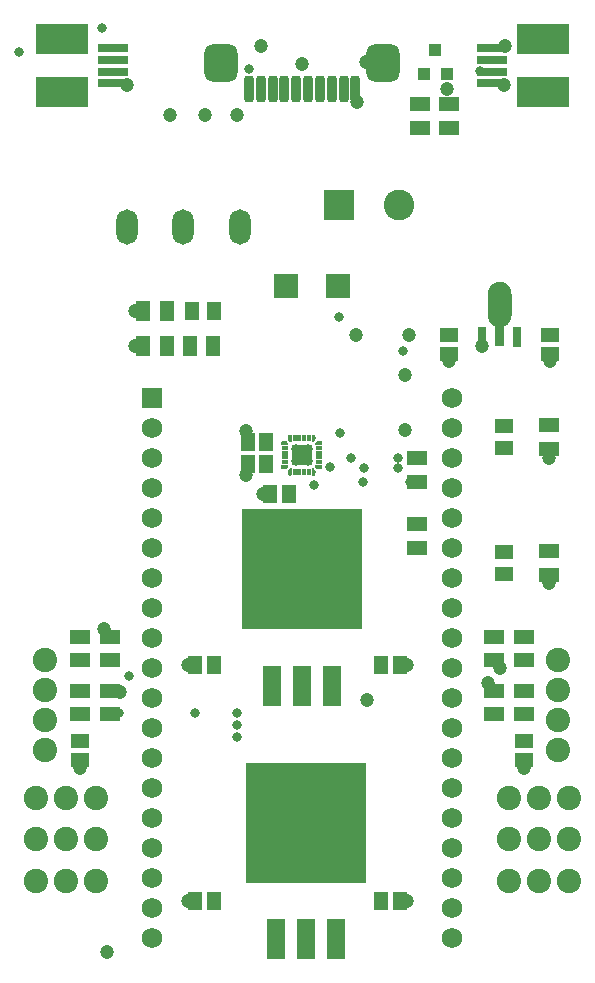
<source format=gts>
G04*
G04 #@! TF.GenerationSoftware,Altium Limited,Altium Designer,24.9.1 (31)*
G04*
G04 Layer_Color=8388736*
%FSLAX44Y44*%
%MOMM*%
G71*
G04*
G04 #@! TF.SameCoordinates,D009CFA8-F13D-4BBB-A5DC-F2666AB139C3*
G04*
G04*
G04 #@! TF.FilePolarity,Negative*
G04*
G01*
G75*
%ADD44R,2.1016X2.1016*%
%ADD45R,1.6532X1.1532*%
%ADD46R,1.1632X1.5932*%
%ADD47R,2.6016X0.8016*%
%ADD48R,4.4016X2.6016*%
G04:AMPARAMS|DCode=49|XSize=2.8042mm|YSize=3.2029mm|CornerRadius=0.7388mm|HoleSize=0mm|Usage=FLASHONLY|Rotation=180.000|XOffset=0mm|YOffset=0mm|HoleType=Round|Shape=RoundedRectangle|*
%AMROUNDEDRECTD49*
21,1,2.8042,1.7253,0,0,180.0*
21,1,1.3265,3.2029,0,0,180.0*
1,1,1.4777,-0.6632,0.8626*
1,1,1.4777,0.6632,0.8626*
1,1,1.4777,0.6632,-0.8626*
1,1,1.4777,-0.6632,-0.8626*
%
%ADD49ROUNDEDRECTD49*%
G04:AMPARAMS|DCode=50|XSize=0.8532mm|YSize=2.2352mm|CornerRadius=0.2609mm|HoleSize=0mm|Usage=FLASHONLY|Rotation=180.000|XOffset=0mm|YOffset=0mm|HoleType=Round|Shape=RoundedRectangle|*
%AMROUNDEDRECTD50*
21,1,0.8532,1.7135,0,0,180.0*
21,1,0.3315,2.2352,0,0,180.0*
1,1,0.5217,-0.1658,0.8568*
1,1,0.5217,0.1658,0.8568*
1,1,0.5217,0.1658,-0.8568*
1,1,0.5217,-0.1658,-0.8568*
%
%ADD50ROUNDEDRECTD50*%
%ADD51R,1.6126X3.4016*%
%ADD52R,10.2236X10.1216*%
%ADD53O,1.3432X3.4293*%
%ADD54R,0.7736X1.6766*%
%ADD55R,1.5932X1.1632*%
%ADD56R,1.6032X1.2032*%
%ADD57R,1.2032X1.6032*%
%ADD58R,1.1532X1.6532*%
%ADD59O,0.5065X0.3232*%
%ADD60O,0.3232X0.5065*%
%ADD61O,0.3232X0.5066*%
%ADD62O,0.3232X0.5065*%
%ADD63O,0.5065X0.3232*%
%ADD64O,0.5065X0.3232*%
%ADD65O,0.5065X0.3232*%
%ADD66R,1.8016X1.8016*%
%ADD67R,0.6066X0.3016*%
%ADD68O,0.3232X0.5065*%
%ADD69R,0.3016X0.6066*%
%ADD70R,1.0032X1.1032*%
%ADD71R,1.7332X1.7332*%
%ADD72C,1.7332*%
%ADD73O,1.8000X3.0000*%
%ADD74R,2.6032X2.6032*%
%ADD75C,2.6032*%
%ADD76C,2.0632*%
%ADD77C,0.8032*%
%ADD78C,1.2032*%
G36*
X240623Y469134D02*
X240672Y469129D01*
X240719Y469124D01*
X240721Y469124D01*
X240722Y469124D01*
X240770Y469109D01*
X240815Y469095D01*
X240816Y469095D01*
X240818Y469094D01*
X240861Y469071D01*
X240903Y469048D01*
X240904Y469047D01*
X240906Y469047D01*
X240943Y469016D01*
X240981Y468985D01*
X240982Y468984D01*
X240983Y468983D01*
X241014Y468945D01*
X241044Y468907D01*
X241045Y468906D01*
X241046Y468905D01*
X241069Y468862D01*
X241091Y468819D01*
X241092Y468818D01*
X241092Y468817D01*
X241107Y468769D01*
X241120Y468723D01*
X241121Y468722D01*
X241121Y468721D01*
X241126Y468671D01*
X241130Y468624D01*
Y463574D01*
X241120Y463474D01*
X241091Y463378D01*
X241044Y463290D01*
X240981Y463213D01*
X240903Y463149D01*
X240815Y463102D01*
X240719Y463073D01*
X240620Y463063D01*
X238620D01*
X238520Y463073D01*
X238424Y463102D01*
X238336Y463149D01*
X238259Y463213D01*
X238195Y463290D01*
X238148Y463378D01*
X238119Y463474D01*
X238109Y463574D01*
Y467628D01*
X238109Y467629D01*
X238119Y467728D01*
X238119Y467728D01*
Y467728D01*
X238134Y467778D01*
X238148Y467824D01*
X238148Y467824D01*
X238148Y467824D01*
X238169Y467863D01*
X238195Y467912D01*
X238195Y467912D01*
X238195Y467912D01*
X238213Y467934D01*
X238259Y467990D01*
X239259Y468990D01*
X239260Y468991D01*
X239261Y468992D01*
X239299Y469023D01*
X239336Y469054D01*
X239337Y469054D01*
X239338Y469055D01*
X239381Y469078D01*
X239424Y469101D01*
X239426Y469101D01*
X239427Y469102D01*
X239475Y469116D01*
X239520Y469130D01*
X239521Y469130D01*
X239523Y469130D01*
X239573Y469135D01*
X239620Y469140D01*
X239621Y469140D01*
X239622Y469140D01*
X240623Y469134D01*
D02*
G37*
G36*
X237917Y471879D02*
X237968Y471875D01*
X237969Y471874D01*
X237970Y471874D01*
X238015Y471860D01*
X238064Y471846D01*
X238065Y471845D01*
X238066Y471845D01*
X238107Y471823D01*
X238152Y471799D01*
X238153Y471798D01*
X238154Y471798D01*
X238190Y471769D01*
X238230Y471736D01*
X238231Y471735D01*
X238232Y471734D01*
X238263Y471697D01*
X238294Y471659D01*
X238294Y471658D01*
X238295Y471657D01*
X238318Y471614D01*
X238341Y471571D01*
X238342Y471570D01*
X238342Y471569D01*
X238356Y471524D01*
X238371Y471476D01*
X238371Y471474D01*
X238371Y471473D01*
X238376Y471426D01*
X238381Y471376D01*
X238386Y470377D01*
X238386Y470375D01*
X238387Y470374D01*
X238382Y470325D01*
X238377Y470277D01*
X238377Y470276D01*
X238377Y470274D01*
X238363Y470228D01*
X238349Y470181D01*
X238348Y470180D01*
X238348Y470178D01*
X238324Y470134D01*
X238302Y470093D01*
X238301Y470092D01*
X238300Y470090D01*
X238270Y470053D01*
X238239Y470015D01*
X238238Y470014D01*
X238237Y470013D01*
X237237Y469013D01*
X237237Y469013D01*
X237159Y468950D01*
X237159Y468950D01*
X237159Y468950D01*
X237110Y468923D01*
X237071Y468903D01*
X237071Y468903D01*
X237071Y468903D01*
X237025Y468889D01*
X236975Y468873D01*
X236975D01*
X236975Y468873D01*
X236925Y468868D01*
X236876Y468864D01*
X232821D01*
X232721Y468873D01*
X232625Y468903D01*
X232537Y468950D01*
X232460Y469013D01*
X232396Y469091D01*
X232349Y469179D01*
X232320Y469275D01*
X232310Y469374D01*
Y471373D01*
X232320Y471473D01*
X232349Y471569D01*
X232396Y471657D01*
X232460Y471734D01*
X232537Y471798D01*
X232625Y471845D01*
X232721Y471874D01*
X232821Y471884D01*
X237871D01*
X237917Y471879D01*
D02*
G37*
G36*
X236902Y491881D02*
X236975Y491874D01*
X237070Y491845D01*
X237071Y491845D01*
D01*
X237159Y491798D01*
X237208Y491757D01*
X237236Y491735D01*
X237236Y491735D01*
X237236Y491735D01*
X238236Y490734D01*
X238237Y490734D01*
X238237Y490733D01*
X238267Y490697D01*
X238299Y490657D01*
X238300Y490656D01*
X238301Y490655D01*
X238322Y490615D01*
X238347Y490569D01*
X238347Y490568D01*
X238347Y490567D01*
X238361Y490519D01*
X238375Y490473D01*
X238376Y490472D01*
X238376Y490471D01*
X238381Y490422D01*
X238385Y490373D01*
X238385Y490372D01*
X238385Y490371D01*
X238380Y489371D01*
X238375Y489322D01*
X238371Y489274D01*
X238370Y489273D01*
X238370Y489272D01*
X238356Y489225D01*
X238342Y489179D01*
X238341Y489178D01*
X238341Y489176D01*
X238318Y489134D01*
X238294Y489090D01*
X238294Y489089D01*
X238293Y489088D01*
X238263Y489052D01*
X238231Y489013D01*
X238230Y489012D01*
X238229Y489011D01*
X238194Y488982D01*
X238154Y488949D01*
X238152Y488949D01*
X238151Y488948D01*
X238112Y488927D01*
X238065Y488902D01*
X238064Y488902D01*
X238063Y488901D01*
X238020Y488889D01*
X237970Y488873D01*
X237968Y488873D01*
X237967Y488873D01*
X237922Y488869D01*
X237870Y488863D01*
X232820D01*
X232720Y488873D01*
X232625Y488902D01*
X232536Y488949D01*
X232459Y489013D01*
X232395Y489090D01*
X232348Y489179D01*
X232319Y489274D01*
X232309Y489374D01*
Y491374D01*
X232319Y491473D01*
X232348Y491569D01*
X232395Y491657D01*
X232459Y491735D01*
X232536Y491798D01*
X232625Y491845D01*
X232720Y491874D01*
X232820Y491884D01*
X236875D01*
X236875D01*
X236875D01*
X236902Y491881D01*
D02*
G37*
G36*
X240719Y497674D02*
X240815Y497645D01*
X240903Y497597D01*
X240981Y497534D01*
X241044Y497457D01*
X241091Y497368D01*
X241120Y497272D01*
X241130Y497173D01*
Y492123D01*
X241126Y492076D01*
X241121Y492026D01*
X241121Y492025D01*
X241120Y492024D01*
X241107Y491978D01*
X241092Y491930D01*
X241092Y491929D01*
X241091Y491928D01*
X241069Y491887D01*
X241046Y491842D01*
X241045Y491841D01*
X241044Y491840D01*
X241014Y491803D01*
X240983Y491764D01*
X240982Y491763D01*
X240981Y491762D01*
X240944Y491732D01*
X240905Y491700D01*
X240904Y491700D01*
X240903Y491699D01*
X240861Y491676D01*
X240818Y491653D01*
X240816Y491652D01*
X240815Y491652D01*
X240769Y491638D01*
X240722Y491623D01*
X240721Y491623D01*
X240719Y491623D01*
X240672Y491618D01*
X240622Y491613D01*
X239622Y491608D01*
X239621Y491608D01*
X239620Y491608D01*
X239573Y491612D01*
X239523Y491617D01*
X239521Y491617D01*
X239520Y491617D01*
X239476Y491631D01*
X239427Y491646D01*
X239426Y491646D01*
X239424Y491646D01*
X239384Y491668D01*
X239338Y491692D01*
X239337Y491693D01*
X239336Y491694D01*
X239300Y491724D01*
X239261Y491755D01*
X239260Y491756D01*
X239259Y491757D01*
X238259Y492757D01*
X238259Y492757D01*
X238230Y492792D01*
X238195Y492835D01*
X238148Y492923D01*
X238119Y493018D01*
X238109Y493118D01*
X238109Y493118D01*
Y497173D01*
X238119Y497272D01*
X238148Y497368D01*
X238195Y497457D01*
X238259Y497534D01*
X238336Y497597D01*
X238424Y497645D01*
X238520Y497674D01*
X238620Y497683D01*
X240620D01*
X240719Y497674D01*
D02*
G37*
G36*
X417443Y627156D02*
X417455Y627157D01*
X417900Y627136D01*
X417911Y627134D01*
X417923Y627134D01*
X418366Y627092D01*
X418378Y627090D01*
X418390Y627090D01*
X418831Y627027D01*
X418843Y627024D01*
X418854Y627023D01*
X419292Y626940D01*
X419303Y626937D01*
X419315Y626935D01*
X419748Y626832D01*
X419759Y626828D01*
X419771Y626826D01*
X420199Y626702D01*
X420210Y626698D01*
X420221Y626695D01*
X420643Y626552D01*
X420654Y626547D01*
X420665Y626544D01*
X421080Y626380D01*
X421090Y626375D01*
X421101Y626371D01*
X421507Y626189D01*
X421518Y626183D01*
X421529Y626179D01*
X421926Y625977D01*
X421936Y625971D01*
X421947Y625966D01*
X422334Y625746D01*
X422344Y625740D01*
X422355Y625734D01*
X422731Y625497D01*
X422741Y625489D01*
X422751Y625484D01*
X423116Y625229D01*
X423125Y625221D01*
X423135Y625215D01*
X423488Y624943D01*
X423497Y624935D01*
X423506Y624928D01*
X423846Y624640D01*
X423854Y624632D01*
X423863Y624624D01*
X424189Y624321D01*
X424197Y624312D01*
X424206Y624304D01*
X424517Y623986D01*
X424525Y623977D01*
X424533Y623969D01*
X424830Y623635D01*
X424837Y623626D01*
X424845Y623618D01*
X425125Y623271D01*
X425131Y623261D01*
X425139Y623252D01*
X425403Y622893D01*
X425409Y622883D01*
X425416Y622874D01*
X425662Y622503D01*
X425668Y622493D01*
X425675Y622483D01*
X425904Y622101D01*
X425909Y622090D01*
X425915Y622080D01*
X426126Y621688D01*
X426131Y621677D01*
X426137Y621667D01*
X426329Y621265D01*
X426333Y621254D01*
X426338Y621243D01*
X426511Y620833D01*
X426515Y620822D01*
X426520Y620811D01*
X426673Y620393D01*
X426676Y620381D01*
X426681Y620370D01*
X426814Y619945D01*
X426817Y619934D01*
X426821Y619923D01*
X426934Y619492D01*
X426936Y619481D01*
X426940Y619470D01*
X427033Y619034D01*
X427035Y619022D01*
X427038Y619011D01*
X427110Y618571D01*
X427111Y618559D01*
X427114Y618548D01*
X427166Y618106D01*
X427166Y618094D01*
X427168Y618082D01*
X427199Y617638D01*
X427199Y617626D01*
X427200Y617615D01*
X427211Y617169D01*
X427211Y617163D01*
X427211Y617157D01*
Y598615D01*
X427211Y598609D01*
X427211Y598603D01*
X427200Y598158D01*
X427199Y598146D01*
X427199Y598135D01*
X427168Y597691D01*
X427166Y597679D01*
X427166Y597667D01*
X427114Y597225D01*
X427111Y597213D01*
X427110Y597201D01*
X427038Y596762D01*
X427035Y596750D01*
X427033Y596738D01*
X426940Y596303D01*
X426936Y596292D01*
X426934Y596280D01*
X426821Y595850D01*
X426817Y595839D01*
X426814Y595827D01*
X426681Y595402D01*
X426676Y595391D01*
X426673Y595380D01*
X426520Y594962D01*
X426515Y594951D01*
X426511Y594940D01*
X426338Y594529D01*
X426333Y594519D01*
X426329Y594508D01*
X426137Y594106D01*
X426131Y594096D01*
X426126Y594085D01*
X425915Y593692D01*
X425909Y593682D01*
X425904Y593672D01*
X425675Y593289D01*
X425668Y593280D01*
X425662Y593270D01*
X425416Y592898D01*
X425409Y592889D01*
X425403Y592879D01*
X425139Y592520D01*
X425131Y592511D01*
X425125Y592501D01*
X424845Y592155D01*
X424837Y592147D01*
X424830Y592137D01*
X424533Y591804D01*
X424525Y591796D01*
X424517Y591787D01*
X424206Y591468D01*
X424197Y591461D01*
X424189Y591452D01*
X423863Y591148D01*
X423854Y591141D01*
X423846Y591132D01*
X423506Y590844D01*
X423497Y590838D01*
X423488Y590830D01*
X423135Y590558D01*
X423125Y590551D01*
X423116Y590544D01*
X422751Y590289D01*
X422741Y590283D01*
X422731Y590276D01*
X422355Y590038D01*
X422344Y590033D01*
X422334Y590026D01*
X421947Y589807D01*
X421936Y589802D01*
X421926Y589795D01*
X421529Y589594D01*
X421518Y589590D01*
X421508Y589584D01*
X421472Y589572D01*
X421437Y589558D01*
X421426Y589556D01*
X421414Y589552D01*
X421011Y589460D01*
Y572887D01*
X421002Y572789D01*
X420973Y572694D01*
X420927Y572607D01*
X420864Y572531D01*
X420788Y572469D01*
X420701Y572422D01*
X420607Y572394D01*
X420509Y572384D01*
X413909D01*
X413811Y572394D01*
X413716Y572422D01*
X413630Y572469D01*
X413553Y572531D01*
X413491Y572607D01*
X413445Y572694D01*
X413416Y572789D01*
X413406Y572887D01*
Y589460D01*
X413003Y589552D01*
X412992Y589556D01*
X412980Y589558D01*
X412945Y589572D01*
X412909Y589584D01*
X412899Y589590D01*
X412888Y589594D01*
X412491Y589795D01*
X412481Y589802D01*
X412470Y589807D01*
X412083Y590026D01*
X412073Y590033D01*
X412062Y590038D01*
X411686Y590276D01*
X411676Y590283D01*
X411666Y590289D01*
X411301Y590544D01*
X411292Y590551D01*
X411282Y590558D01*
X410929Y590830D01*
X410920Y590838D01*
X410911Y590844D01*
X410571Y591132D01*
X410563Y591141D01*
X410553Y591148D01*
X410228Y591452D01*
X410220Y591461D01*
X410211Y591468D01*
X409899Y591787D01*
X409892Y591796D01*
X409883Y591804D01*
X409587Y592137D01*
X409580Y592147D01*
X409572Y592155D01*
X409292Y592501D01*
X409286Y592511D01*
X409278Y592520D01*
X409014Y592879D01*
X409008Y592889D01*
X409001Y592898D01*
X408755Y593270D01*
X408749Y593280D01*
X408742Y593289D01*
X408513Y593672D01*
X408508Y593682D01*
X408502Y593692D01*
X408291Y594085D01*
X408286Y594096D01*
X408280Y594106D01*
X408088Y594508D01*
X408084Y594519D01*
X408079Y594529D01*
X407906Y594939D01*
X407902Y594951D01*
X407897Y594962D01*
X407744Y595380D01*
X407741Y595391D01*
X407736Y595402D01*
X407603Y595827D01*
X407600Y595839D01*
X407596Y595850D01*
X407482Y596280D01*
X407481Y596292D01*
X407477Y596303D01*
X407384Y596738D01*
X407382Y596750D01*
X407379Y596762D01*
X407307Y597201D01*
X407306Y597213D01*
X407303Y597225D01*
X407251Y597667D01*
X407251Y597679D01*
X407249Y597691D01*
X407218Y598135D01*
X407218Y598146D01*
X407217Y598158D01*
X407206Y598603D01*
X407206Y598609D01*
X407206Y598615D01*
Y617157D01*
X407206Y617163D01*
X407206Y617169D01*
X407217Y617615D01*
X407218Y617626D01*
X407218Y617638D01*
X407249Y618082D01*
X407251Y618094D01*
X407251Y618106D01*
X407303Y618548D01*
X407306Y618559D01*
X407307Y618571D01*
X407379Y619011D01*
X407382Y619022D01*
X407384Y619034D01*
X407477Y619470D01*
X407481Y619481D01*
X407482Y619492D01*
X407596Y619923D01*
X407600Y619934D01*
X407603Y619945D01*
X407736Y620370D01*
X407741Y620381D01*
X407744Y620393D01*
X407897Y620811D01*
X407902Y620822D01*
X407906Y620833D01*
X408079Y621243D01*
X408084Y621254D01*
X408088Y621265D01*
X408280Y621667D01*
X408286Y621677D01*
X408291Y621688D01*
X408502Y622080D01*
X408508Y622090D01*
X408513Y622101D01*
X408742Y622483D01*
X408749Y622493D01*
X408755Y622503D01*
X409001Y622874D01*
X409008Y622883D01*
X409014Y622893D01*
X409278Y623252D01*
X409286Y623261D01*
X409292Y623271D01*
X409572Y623618D01*
X409580Y623626D01*
X409587Y623635D01*
X409883Y623969D01*
X409892Y623977D01*
X409899Y623986D01*
X410211Y624304D01*
X410220Y624312D01*
X410228Y624321D01*
X410553Y624624D01*
X410563Y624632D01*
X410571Y624640D01*
X410911Y624928D01*
X410920Y624935D01*
X410929Y624943D01*
X411282Y625215D01*
X411292Y625221D01*
X411301Y625229D01*
X411666Y625484D01*
X411676Y625490D01*
X411686Y625497D01*
X412062Y625734D01*
X412073Y625740D01*
X412083Y625746D01*
X412470Y625966D01*
X412481Y625971D01*
X412491Y625977D01*
X412888Y626179D01*
X412899Y626183D01*
X412910Y626189D01*
X413316Y626371D01*
X413327Y626375D01*
X413337Y626380D01*
X413752Y626544D01*
X413763Y626547D01*
X413774Y626552D01*
X414196Y626695D01*
X414207Y626698D01*
X414218Y626702D01*
X414646Y626826D01*
X414658Y626828D01*
X414669Y626832D01*
X415102Y626935D01*
X415114Y626937D01*
X415125Y626940D01*
X415563Y627023D01*
X415574Y627024D01*
X415586Y627027D01*
X416027Y627090D01*
X416039Y627090D01*
X416050Y627092D01*
X416494Y627134D01*
X416506Y627134D01*
X416517Y627136D01*
X416962Y627157D01*
X416974Y627156D01*
X416986Y627157D01*
X417431D01*
X417443Y627156D01*
D02*
G37*
G36*
X260718Y497675D02*
X260814Y497646D01*
X260902Y497598D01*
X260980Y497535D01*
X261043Y497458D01*
X261090Y497369D01*
X261119Y497274D01*
X261129Y497174D01*
Y493119D01*
X261124Y493070D01*
X261119Y493019D01*
X261119Y493019D01*
Y493019D01*
X261104Y492970D01*
X261090Y492924D01*
X261090Y492924D01*
X261090Y492924D01*
X261070Y492885D01*
X261043Y492836D01*
X261043Y492835D01*
X261043Y492835D01*
X261008Y492792D01*
X260980Y492758D01*
X260980Y492758D01*
X260980Y492758D01*
X260980Y492758D01*
X259980Y491757D01*
X259979Y491756D01*
X259978Y491755D01*
X259941Y491725D01*
X259903Y491693D01*
X259901Y491693D01*
X259900Y491692D01*
X259857Y491669D01*
X259814Y491646D01*
X259813Y491646D01*
X259811Y491645D01*
X259763Y491631D01*
X259719Y491617D01*
X259717Y491617D01*
X259715Y491617D01*
X259666Y491612D01*
X259619Y491607D01*
X259617Y491608D01*
X259616Y491607D01*
X258616Y491613D01*
X258567Y491618D01*
X258519Y491623D01*
X258518Y491623D01*
X258517Y491624D01*
X258469Y491638D01*
X258424Y491652D01*
X258422Y491653D01*
X258421Y491653D01*
X258379Y491676D01*
X258335Y491699D01*
X258334Y491700D01*
X258333Y491701D01*
X258296Y491731D01*
X258258Y491763D01*
X258257Y491764D01*
X258256Y491765D01*
X258225Y491803D01*
X258195Y491840D01*
X258194Y491841D01*
X258193Y491843D01*
X258170Y491886D01*
X258147Y491928D01*
X258147Y491930D01*
X258146Y491931D01*
X258132Y491979D01*
X258118Y492024D01*
X258118Y492025D01*
X258118Y492027D01*
X258113Y492077D01*
X258109Y492124D01*
Y497174D01*
X258118Y497274D01*
X258147Y497369D01*
X258195Y497458D01*
X258258Y497535D01*
X258335Y497598D01*
X258424Y497646D01*
X258519Y497675D01*
X258619Y497684D01*
X260619D01*
X260718Y497675D01*
D02*
G37*
G36*
X266520Y491874D02*
X266615Y491844D01*
X266704Y491797D01*
X266781Y491734D01*
X266845Y491656D01*
X266892Y491568D01*
X266921Y491472D01*
X266931Y491373D01*
Y489374D01*
X266921Y489274D01*
X266892Y489178D01*
X266845Y489090D01*
X266781Y489013D01*
X266704Y488949D01*
X266615Y488902D01*
X266520Y488873D01*
X266420Y488863D01*
X261370D01*
X261323Y488868D01*
X261273Y488872D01*
X261272Y488873D01*
X261271Y488873D01*
X261225Y488887D01*
X261177Y488901D01*
X261176Y488902D01*
X261175Y488902D01*
X261133Y488924D01*
X261089Y488948D01*
X261088Y488949D01*
X261087Y488949D01*
X261050Y488979D01*
X261011Y489011D01*
X261010Y489012D01*
X261009Y489013D01*
X260979Y489050D01*
X260947Y489088D01*
X260946Y489089D01*
X260946Y489090D01*
X260924Y489132D01*
X260900Y489176D01*
X260899Y489177D01*
X260898Y489178D01*
X260885Y489223D01*
X260870Y489272D01*
X260870Y489273D01*
X260869Y489274D01*
X260865Y489321D01*
X260860Y489371D01*
X260854Y490371D01*
X260855Y490373D01*
X260854Y490374D01*
X260859Y490420D01*
X260864Y490471D01*
X260864Y490472D01*
X260864Y490473D01*
X260878Y490518D01*
X260892Y490567D01*
X260893Y490568D01*
X260893Y490569D01*
X260916Y490611D01*
X260939Y490655D01*
X260940Y490656D01*
X260941Y490657D01*
X260970Y490694D01*
X261002Y490733D01*
X261003Y490734D01*
X261004Y490735D01*
X262004Y491734D01*
X262004Y491734D01*
X262004Y491734D01*
D01*
X262082Y491797D01*
X262133Y491825D01*
X262170Y491844D01*
X262170Y491844D01*
X262170Y491844D01*
X262197Y491853D01*
X262265Y491874D01*
X262266Y491874D01*
X262266D01*
X262287Y491876D01*
X262365Y491883D01*
X266420D01*
X266520Y491874D01*
D02*
G37*
G36*
X259667Y469134D02*
X259717Y469129D01*
X259719Y469129D01*
X259720Y469129D01*
X259764Y469115D01*
X259813Y469101D01*
X259814Y469100D01*
X259816Y469100D01*
X259856Y469078D01*
X259902Y469054D01*
X259903Y469053D01*
X259904Y469053D01*
X259940Y469023D01*
X259979Y468991D01*
X259980Y468990D01*
X259981Y468989D01*
X260981Y467989D01*
X260981Y467989D01*
X261010Y467954D01*
X261045Y467912D01*
X261092Y467823D01*
X261121Y467728D01*
X261131Y467628D01*
X261131Y467628D01*
Y463573D01*
X261121Y463474D01*
X261092Y463378D01*
X261045Y463289D01*
X260981Y463212D01*
X260904Y463149D01*
X260816Y463102D01*
X260720Y463072D01*
X260620Y463063D01*
X258620D01*
X258521Y463072D01*
X258425Y463102D01*
X258337Y463149D01*
X258259Y463212D01*
X258196Y463289D01*
X258149Y463378D01*
X258120Y463474D01*
X258110Y463573D01*
Y468623D01*
X258114Y468670D01*
X258119Y468720D01*
X258120Y468721D01*
X258120Y468723D01*
X258133Y468768D01*
X258148Y468816D01*
X258148Y468817D01*
X258149Y468818D01*
X258171Y468860D01*
X258194Y468904D01*
X258195Y468906D01*
X258196Y468907D01*
X258226Y468943D01*
X258258Y468982D01*
X258258Y468983D01*
X258259Y468984D01*
X258296Y469014D01*
X258335Y469046D01*
X258336Y469047D01*
X258337Y469048D01*
X258379Y469070D01*
X258423Y469094D01*
X258424Y469094D01*
X258425Y469095D01*
X258471Y469109D01*
X258518Y469123D01*
X258519Y469123D01*
X258521Y469124D01*
X258568Y469128D01*
X258618Y469134D01*
X259618Y469139D01*
X259619Y469138D01*
X259620Y469139D01*
X259667Y469134D01*
D02*
G37*
G36*
X266520Y471874D02*
X266615Y471844D01*
X266704Y471797D01*
X266781Y471734D01*
X266845Y471656D01*
X266892Y471568D01*
X266921Y471473D01*
X266931Y471373D01*
Y469373D01*
X266921Y469273D01*
X266892Y469178D01*
X266845Y469089D01*
X266781Y469012D01*
X266704Y468949D01*
X266615Y468901D01*
X266520Y468872D01*
X266420Y468862D01*
X262365D01*
X262265Y468872D01*
X262170Y468901D01*
X262081Y468949D01*
X262004Y469012D01*
X261004Y470012D01*
X261003Y470013D01*
X261002Y470014D01*
X260971Y470052D01*
X260940Y470089D01*
X260940Y470090D01*
X260939Y470092D01*
X260917Y470134D01*
X260893Y470178D01*
X260893Y470179D01*
X260892Y470180D01*
X260879Y470227D01*
X260864Y470273D01*
X260864Y470275D01*
X260864Y470276D01*
X260859Y470323D01*
X260854Y470373D01*
X260855Y470374D01*
X260854Y470376D01*
X260860Y471376D01*
X260865Y471426D01*
X260869Y471473D01*
X260870Y471474D01*
X260870Y471475D01*
X260885Y471524D01*
X260898Y471568D01*
X260899Y471569D01*
X260900Y471571D01*
X260924Y471615D01*
X260946Y471656D01*
X260946Y471657D01*
X260947Y471659D01*
X260979Y471697D01*
X261009Y471734D01*
X261010Y471735D01*
X261011Y471736D01*
X261050Y471768D01*
X261087Y471797D01*
X261088Y471798D01*
X261089Y471799D01*
X261133Y471822D01*
X261175Y471844D01*
X261176Y471845D01*
X261177Y471846D01*
X261225Y471860D01*
X261271Y471874D01*
X261272Y471874D01*
X261273Y471874D01*
X261323Y471879D01*
X261370Y471883D01*
X266420D01*
X266520Y471874D01*
D02*
G37*
D44*
X236701Y623943D02*
D03*
X280699D02*
D03*
D45*
X61850Y280883D02*
D03*
Y260883D02*
D03*
X87250D02*
D03*
Y280883D02*
D03*
X459360Y485513D02*
D03*
Y505513D02*
D03*
Y378993D02*
D03*
Y398993D02*
D03*
X412370Y326603D02*
D03*
Y306603D02*
D03*
X437770D02*
D03*
Y326603D02*
D03*
Y280883D02*
D03*
Y260883D02*
D03*
X412370D02*
D03*
Y280883D02*
D03*
X347600Y477733D02*
D03*
Y457733D02*
D03*
X350140Y757453D02*
D03*
Y777453D02*
D03*
X374270D02*
D03*
Y757453D02*
D03*
X347600Y401853D02*
D03*
Y421853D02*
D03*
X61850Y306603D02*
D03*
Y326603D02*
D03*
X87250D02*
D03*
Y306603D02*
D03*
D46*
X238660Y447413D02*
D03*
X222860D02*
D03*
X332520Y302633D02*
D03*
X316720D02*
D03*
X159360Y103243D02*
D03*
X175160D02*
D03*
X159360Y302633D02*
D03*
X175160D02*
D03*
X219610Y472813D02*
D03*
X203810D02*
D03*
Y491863D02*
D03*
X219610D02*
D03*
X316720Y103243D02*
D03*
X332520D02*
D03*
D47*
X410503Y794996D02*
D03*
Y804995D02*
D03*
Y814998D02*
D03*
Y824998D02*
D03*
X89497Y795002D02*
D03*
Y805002D02*
D03*
Y815005D02*
D03*
Y825004D02*
D03*
D48*
X453503Y832497D02*
D03*
Y787497D02*
D03*
X46497Y832503D02*
D03*
Y787503D02*
D03*
D49*
X318504Y812055D02*
D03*
X181496D02*
D03*
D50*
X255000Y790313D02*
D03*
X265000D02*
D03*
X275000D02*
D03*
X285000D02*
D03*
X295000D02*
D03*
X205000D02*
D03*
X215000D02*
D03*
X225000D02*
D03*
X235000D02*
D03*
X245000D02*
D03*
D51*
X253620Y70235D02*
D03*
X228220D02*
D03*
X279020D02*
D03*
X249810Y284865D02*
D03*
X224410D02*
D03*
X275210D02*
D03*
D52*
X253620Y169272D02*
D03*
X249810Y383902D02*
D03*
D53*
X417209Y607887D02*
D03*
D54*
X432210Y580763D02*
D03*
X402210D02*
D03*
D55*
X374620Y566129D02*
D03*
Y581929D02*
D03*
X459620Y566133D02*
D03*
Y581933D02*
D03*
X61850Y237900D02*
D03*
Y222100D02*
D03*
X437770Y237900D02*
D03*
Y222100D02*
D03*
D56*
X421260Y486173D02*
D03*
Y505173D02*
D03*
Y379493D02*
D03*
Y398493D02*
D03*
D57*
X175490Y602353D02*
D03*
X156490D02*
D03*
D58*
X174720Y573143D02*
D03*
X154720D02*
D03*
X135350Y602353D02*
D03*
X115350D02*
D03*
X135350Y573143D02*
D03*
X115350D02*
D03*
D59*
X263895Y470373D02*
D03*
D60*
X239620Y494648D02*
D03*
D61*
X259618D02*
D03*
D62*
X239620Y466098D02*
D03*
D63*
X235345Y470373D02*
D03*
D64*
Y490373D02*
D03*
D65*
X263895D02*
D03*
D66*
X249620Y480373D02*
D03*
D67*
X263895Y486372D02*
D03*
Y482372D02*
D03*
Y478374D02*
D03*
Y474373D02*
D03*
X235345D02*
D03*
Y478374D02*
D03*
Y482372D02*
D03*
Y486372D02*
D03*
D68*
X259620Y466098D02*
D03*
D69*
X255620D02*
D03*
X251619D02*
D03*
X247621D02*
D03*
X243621D02*
D03*
Y494648D02*
D03*
X247621D02*
D03*
X251619D02*
D03*
X255620D02*
D03*
D70*
X372340Y803173D02*
D03*
X353340D02*
D03*
X362840Y823173D02*
D03*
D71*
X123000Y528873D02*
D03*
D72*
Y503473D02*
D03*
Y478073D02*
D03*
Y452673D02*
D03*
Y427273D02*
D03*
Y401873D02*
D03*
Y376473D02*
D03*
Y351073D02*
D03*
Y325673D02*
D03*
Y300273D02*
D03*
Y274873D02*
D03*
Y249473D02*
D03*
Y224073D02*
D03*
Y198673D02*
D03*
Y173273D02*
D03*
Y147873D02*
D03*
Y122473D02*
D03*
Y97073D02*
D03*
Y71673D02*
D03*
X377000D02*
D03*
Y97073D02*
D03*
Y122473D02*
D03*
Y147873D02*
D03*
Y173273D02*
D03*
Y198673D02*
D03*
Y224073D02*
D03*
Y249473D02*
D03*
Y274873D02*
D03*
Y300273D02*
D03*
Y325673D02*
D03*
Y351073D02*
D03*
Y376473D02*
D03*
Y401873D02*
D03*
Y427273D02*
D03*
Y452673D02*
D03*
Y478073D02*
D03*
Y503473D02*
D03*
Y528873D02*
D03*
D73*
X197480Y673473D02*
D03*
X149480D02*
D03*
X101481D02*
D03*
D74*
X281560Y692523D02*
D03*
D75*
X331560D02*
D03*
D76*
X466620Y306573D02*
D03*
Y281173D02*
D03*
Y255773D02*
D03*
Y230373D02*
D03*
X32620D02*
D03*
Y255773D02*
D03*
Y281173D02*
D03*
Y306573D02*
D03*
X425000Y190000D02*
D03*
X450400D02*
D03*
X475800D02*
D03*
X425000Y120000D02*
D03*
X450400D02*
D03*
X475800D02*
D03*
X425000Y155000D02*
D03*
X450400D02*
D03*
X475800D02*
D03*
X75000Y190000D02*
D03*
X49600D02*
D03*
X24200D02*
D03*
X75000Y155000D02*
D03*
X49600D02*
D03*
X24200D02*
D03*
X75000Y120000D02*
D03*
X49600D02*
D03*
X24200D02*
D03*
D77*
X281940Y499110D02*
D03*
X10160Y821690D02*
D03*
X80140Y842140D02*
D03*
X400500Y805250D02*
D03*
X205000Y807183D02*
D03*
X273940Y470273D02*
D03*
X341350Y457483D02*
D03*
X331090Y469113D02*
D03*
X301880Y457573D02*
D03*
X302283Y469810D02*
D03*
X259620Y455383D02*
D03*
X281560Y597273D02*
D03*
X335498Y568446D02*
D03*
X254890Y475353D02*
D03*
X244730Y485513D02*
D03*
X254890D02*
D03*
X244730Y475353D02*
D03*
X331090Y477893D02*
D03*
X291720D02*
D03*
X94870Y261993D02*
D03*
X103592Y292933D02*
D03*
X195200Y261993D02*
D03*
X159640D02*
D03*
X195200Y241673D02*
D03*
Y251833D02*
D03*
D78*
X402590Y572770D02*
D03*
X250000Y811530D02*
D03*
X85000Y60000D02*
D03*
X437770Y215800D02*
D03*
X101600Y793299D02*
D03*
X422000Y826701D02*
D03*
X194564Y768096D02*
D03*
X167386D02*
D03*
X138176D02*
D03*
X421000Y793699D02*
D03*
X296418Y779018D02*
D03*
X304546Y272796D02*
D03*
X337312Y501650D02*
D03*
Y548386D02*
D03*
X60590Y787300D02*
D03*
X32590D02*
D03*
Y832300D02*
D03*
X60590D02*
D03*
X323850Y803910D02*
D03*
X181610D02*
D03*
Y820420D02*
D03*
X215000Y826716D02*
D03*
X439030Y832700D02*
D03*
X467030D02*
D03*
X439030Y787700D02*
D03*
X467030D02*
D03*
X253620Y80383D02*
D03*
Y60063D02*
D03*
X249810Y295013D02*
D03*
Y274693D02*
D03*
X295530Y582033D02*
D03*
X340638Y581929D02*
D03*
X459620Y559833D02*
D03*
X374620Y559828D02*
D03*
X61850Y215800D02*
D03*
X82170Y333113D02*
D03*
X96140Y279773D02*
D03*
X338820Y103243D02*
D03*
X153060D02*
D03*
Y302633D02*
D03*
X338820D02*
D03*
X417450Y300093D02*
D03*
X407290Y287393D02*
D03*
X459360Y371743D02*
D03*
X202820Y500753D02*
D03*
Y463923D02*
D03*
X216560Y447413D02*
D03*
X459360Y478263D02*
D03*
X304420Y813173D02*
D03*
X373000Y790313D02*
D03*
X209170Y424553D02*
D03*
X290450D02*
D03*
Y343273D02*
D03*
X209170D02*
D03*
X290450Y383913D02*
D03*
X209170D02*
D03*
X249814Y423526D02*
D03*
X249810Y343273D02*
D03*
Y385172D02*
D03*
X270130Y363593D02*
D03*
Y404233D02*
D03*
X229490Y363593D02*
D03*
Y404233D02*
D03*
X233300Y188333D02*
D03*
Y147693D02*
D03*
X273940Y188333D02*
D03*
Y147693D02*
D03*
X253620Y169272D02*
D03*
Y127373D02*
D03*
X253624Y207626D02*
D03*
X212980Y168013D02*
D03*
X294260D02*
D03*
X212980Y127373D02*
D03*
X294260D02*
D03*
Y208653D02*
D03*
X212980D02*
D03*
X108100Y573143D02*
D03*
Y602353D02*
D03*
M02*

</source>
